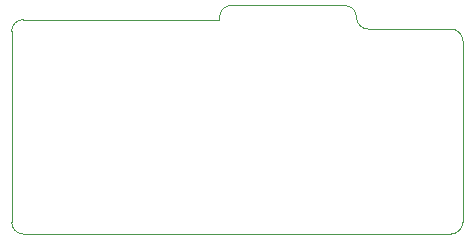
<source format=gbr>
%TF.GenerationSoftware,KiCad,Pcbnew,8.0.4*%
%TF.CreationDate,2024-08-31T12:18:16-06:00*%
%TF.ProjectId,SNEdge,534e4564-6765-42e6-9b69-6361645f7063,rev?*%
%TF.SameCoordinates,Original*%
%TF.FileFunction,Profile,NP*%
%FSLAX46Y46*%
G04 Gerber Fmt 4.6, Leading zero omitted, Abs format (unit mm)*
G04 Created by KiCad (PCBNEW 8.0.4) date 2024-08-31 12:18:16*
%MOMM*%
%LPD*%
G01*
G04 APERTURE LIST*
%TA.AperFunction,Profile*%
%ADD10C,0.050000*%
%TD*%
G04 APERTURE END LIST*
D10*
X147000000Y-92400000D02*
G75*
G02*
X146000000Y-91400000I0J1000000D01*
G01*
X134400000Y-91400000D02*
G75*
G02*
X135400000Y-90400000I1000000J0D01*
G01*
X117800000Y-109750000D02*
G75*
G02*
X116800000Y-108750000I0J1000000D01*
G01*
X145000000Y-90400000D02*
X135400000Y-90400000D01*
X117800000Y-109750000D02*
X154000000Y-109750000D01*
X116800000Y-92600000D02*
X116800000Y-108750000D01*
X134400000Y-91600000D02*
X134400000Y-91400000D01*
X116800000Y-92600000D02*
G75*
G02*
X117800000Y-91600000I1000000J0D01*
G01*
X155000000Y-108750000D02*
X155000000Y-93400000D01*
X117800000Y-91600000D02*
X134400000Y-91600000D01*
X154000000Y-92400000D02*
X147000000Y-92400000D01*
X154000000Y-92400000D02*
G75*
G02*
X155000000Y-93400000I0J-1000000D01*
G01*
X155000000Y-108750000D02*
G75*
G02*
X154000000Y-109750000I-1000000J0D01*
G01*
X145000000Y-90400000D02*
G75*
G02*
X146000000Y-91400000I0J-1000000D01*
G01*
M02*

</source>
